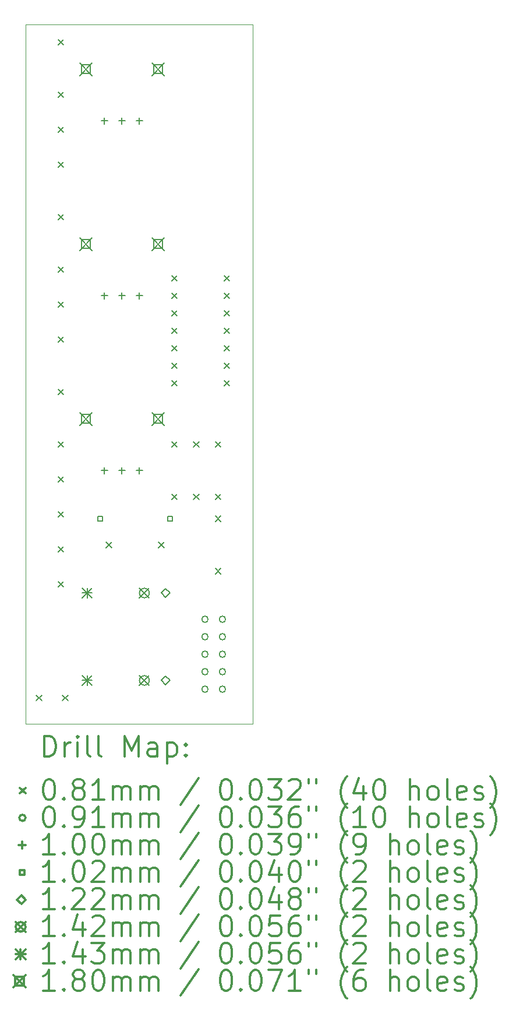
<source format=gbr>
%FSLAX45Y45*%
G04 Gerber Fmt 4.5, Leading zero omitted, Abs format (unit mm)*
G04 Created by KiCad (PCBNEW 4.0.7) date 05/30/19 10:30:28*
%MOMM*%
%LPD*%
G01*
G04 APERTURE LIST*
%ADD10C,0.127000*%
%ADD11C,0.100000*%
%ADD12C,0.200000*%
%ADD13C,0.300000*%
G04 APERTURE END LIST*
D10*
D11*
X13157200Y-3962400D02*
X16459200Y-3962400D01*
X13157200Y-3962400D02*
X13157200Y-14122400D01*
X16459200Y-14122400D02*
X13157200Y-14122400D01*
X16459200Y-3962400D02*
X16459200Y-14122400D01*
D12*
X13307060Y-13700760D02*
X13388340Y-13782040D01*
X13388340Y-13700760D02*
X13307060Y-13782040D01*
X13624560Y-4175760D02*
X13705840Y-4257040D01*
X13705840Y-4175760D02*
X13624560Y-4257040D01*
X13624560Y-4937760D02*
X13705840Y-5019040D01*
X13705840Y-4937760D02*
X13624560Y-5019040D01*
X13624560Y-5445760D02*
X13705840Y-5527040D01*
X13705840Y-5445760D02*
X13624560Y-5527040D01*
X13624560Y-5953760D02*
X13705840Y-6035040D01*
X13705840Y-5953760D02*
X13624560Y-6035040D01*
X13624560Y-6715760D02*
X13705840Y-6797040D01*
X13705840Y-6715760D02*
X13624560Y-6797040D01*
X13624560Y-7477760D02*
X13705840Y-7559040D01*
X13705840Y-7477760D02*
X13624560Y-7559040D01*
X13624560Y-7985760D02*
X13705840Y-8067040D01*
X13705840Y-7985760D02*
X13624560Y-8067040D01*
X13624560Y-8493760D02*
X13705840Y-8575040D01*
X13705840Y-8493760D02*
X13624560Y-8575040D01*
X13624560Y-9255760D02*
X13705840Y-9337040D01*
X13705840Y-9255760D02*
X13624560Y-9337040D01*
X13624560Y-10017760D02*
X13705840Y-10099040D01*
X13705840Y-10017760D02*
X13624560Y-10099040D01*
X13624560Y-10525760D02*
X13705840Y-10607040D01*
X13705840Y-10525760D02*
X13624560Y-10607040D01*
X13624560Y-11033760D02*
X13705840Y-11115040D01*
X13705840Y-11033760D02*
X13624560Y-11115040D01*
X13624560Y-11541760D02*
X13705840Y-11623040D01*
X13705840Y-11541760D02*
X13624560Y-11623040D01*
X13624560Y-12049760D02*
X13705840Y-12131040D01*
X13705840Y-12049760D02*
X13624560Y-12131040D01*
X13688060Y-13700760D02*
X13769340Y-13782040D01*
X13769340Y-13700760D02*
X13688060Y-13782040D01*
X14323060Y-11478260D02*
X14404340Y-11559540D01*
X14404340Y-11478260D02*
X14323060Y-11559540D01*
X15085060Y-11478260D02*
X15166340Y-11559540D01*
X15166340Y-11478260D02*
X15085060Y-11559540D01*
X15275560Y-7604760D02*
X15356840Y-7686040D01*
X15356840Y-7604760D02*
X15275560Y-7686040D01*
X15275560Y-7858760D02*
X15356840Y-7940040D01*
X15356840Y-7858760D02*
X15275560Y-7940040D01*
X15275560Y-8112760D02*
X15356840Y-8194040D01*
X15356840Y-8112760D02*
X15275560Y-8194040D01*
X15275560Y-8366760D02*
X15356840Y-8448040D01*
X15356840Y-8366760D02*
X15275560Y-8448040D01*
X15275560Y-8620760D02*
X15356840Y-8702040D01*
X15356840Y-8620760D02*
X15275560Y-8702040D01*
X15275560Y-8874760D02*
X15356840Y-8956040D01*
X15356840Y-8874760D02*
X15275560Y-8956040D01*
X15275560Y-9128760D02*
X15356840Y-9210040D01*
X15356840Y-9128760D02*
X15275560Y-9210040D01*
X15275560Y-10017760D02*
X15356840Y-10099040D01*
X15356840Y-10017760D02*
X15275560Y-10099040D01*
X15275560Y-10779760D02*
X15356840Y-10861040D01*
X15356840Y-10779760D02*
X15275560Y-10861040D01*
X15593060Y-10017760D02*
X15674340Y-10099040D01*
X15674340Y-10017760D02*
X15593060Y-10099040D01*
X15593060Y-10779760D02*
X15674340Y-10861040D01*
X15674340Y-10779760D02*
X15593060Y-10861040D01*
X15910560Y-10017760D02*
X15991840Y-10099040D01*
X15991840Y-10017760D02*
X15910560Y-10099040D01*
X15910560Y-10779760D02*
X15991840Y-10861040D01*
X15991840Y-10779760D02*
X15910560Y-10861040D01*
X15910560Y-11097260D02*
X15991840Y-11178540D01*
X15991840Y-11097260D02*
X15910560Y-11178540D01*
X15910560Y-11859260D02*
X15991840Y-11940540D01*
X15991840Y-11859260D02*
X15910560Y-11940540D01*
X16037560Y-7604760D02*
X16118840Y-7686040D01*
X16118840Y-7604760D02*
X16037560Y-7686040D01*
X16037560Y-7858760D02*
X16118840Y-7940040D01*
X16118840Y-7858760D02*
X16037560Y-7940040D01*
X16037560Y-8112760D02*
X16118840Y-8194040D01*
X16118840Y-8112760D02*
X16037560Y-8194040D01*
X16037560Y-8366760D02*
X16118840Y-8448040D01*
X16118840Y-8366760D02*
X16037560Y-8448040D01*
X16037560Y-8620760D02*
X16118840Y-8702040D01*
X16118840Y-8620760D02*
X16037560Y-8702040D01*
X16037560Y-8874760D02*
X16118840Y-8956040D01*
X16118840Y-8874760D02*
X16037560Y-8956040D01*
X16037560Y-9128760D02*
X16118840Y-9210040D01*
X16118840Y-9128760D02*
X16037560Y-9210040D01*
X15806200Y-12598400D02*
G75*
G03X15806200Y-12598400I-45500J0D01*
G01*
X15806200Y-12852400D02*
G75*
G03X15806200Y-12852400I-45500J0D01*
G01*
X15806200Y-13106400D02*
G75*
G03X15806200Y-13106400I-45500J0D01*
G01*
X15806200Y-13360400D02*
G75*
G03X15806200Y-13360400I-45500J0D01*
G01*
X15806200Y-13614400D02*
G75*
G03X15806200Y-13614400I-45500J0D01*
G01*
X16060200Y-12598400D02*
G75*
G03X16060200Y-12598400I-45500J0D01*
G01*
X16060200Y-12852400D02*
G75*
G03X16060200Y-12852400I-45500J0D01*
G01*
X16060200Y-13106400D02*
G75*
G03X16060200Y-13106400I-45500J0D01*
G01*
X16060200Y-13360400D02*
G75*
G03X16060200Y-13360400I-45500J0D01*
G01*
X16060200Y-13614400D02*
G75*
G03X16060200Y-13614400I-45500J0D01*
G01*
X14300200Y-5309400D02*
X14300200Y-5409400D01*
X14250200Y-5359400D02*
X14350200Y-5359400D01*
X14300200Y-7849400D02*
X14300200Y-7949400D01*
X14250200Y-7899400D02*
X14350200Y-7899400D01*
X14300200Y-10389400D02*
X14300200Y-10489400D01*
X14250200Y-10439400D02*
X14350200Y-10439400D01*
X14554200Y-5309400D02*
X14554200Y-5409400D01*
X14504200Y-5359400D02*
X14604200Y-5359400D01*
X14554200Y-7849400D02*
X14554200Y-7949400D01*
X14504200Y-7899400D02*
X14604200Y-7899400D01*
X14554200Y-10389400D02*
X14554200Y-10489400D01*
X14504200Y-10439400D02*
X14604200Y-10439400D01*
X14808200Y-5309400D02*
X14808200Y-5409400D01*
X14758200Y-5359400D02*
X14858200Y-5359400D01*
X14808200Y-7849400D02*
X14808200Y-7949400D01*
X14758200Y-7899400D02*
X14858200Y-7899400D01*
X14808200Y-10389400D02*
X14808200Y-10489400D01*
X14758200Y-10439400D02*
X14858200Y-10439400D01*
X14272621Y-11173821D02*
X14272621Y-11101979D01*
X14200779Y-11101979D01*
X14200779Y-11173821D01*
X14272621Y-11173821D01*
X15288621Y-11173821D02*
X15288621Y-11101979D01*
X15216779Y-11101979D01*
X15216779Y-11173821D01*
X15288621Y-11173821D01*
X15189200Y-12278400D02*
X15250200Y-12217400D01*
X15189200Y-12156400D01*
X15128200Y-12217400D01*
X15189200Y-12278400D01*
X15189200Y-13548400D02*
X15250200Y-13487400D01*
X15189200Y-13426400D01*
X15128200Y-13487400D01*
X15189200Y-13548400D01*
X14808200Y-12146400D02*
X14950200Y-12288400D01*
X14950200Y-12146400D02*
X14808200Y-12288400D01*
X14950200Y-12217400D02*
G75*
G03X14950200Y-12217400I-71000J0D01*
G01*
X14808200Y-13416400D02*
X14950200Y-13558400D01*
X14950200Y-13416400D02*
X14808200Y-13558400D01*
X14950200Y-13487400D02*
G75*
G03X14950200Y-13487400I-71000J0D01*
G01*
X13977700Y-12145900D02*
X14120700Y-12288900D01*
X14120700Y-12145900D02*
X13977700Y-12288900D01*
X14049200Y-12145900D02*
X14049200Y-12288900D01*
X13977700Y-12217400D02*
X14120700Y-12217400D01*
X13977700Y-13415900D02*
X14120700Y-13558900D01*
X14120700Y-13415900D02*
X13977700Y-13558900D01*
X14049200Y-13415900D02*
X14049200Y-13558900D01*
X13977700Y-13487400D02*
X14120700Y-13487400D01*
X13939200Y-4519400D02*
X14119200Y-4699400D01*
X14119200Y-4519400D02*
X13939200Y-4699400D01*
X14092840Y-4673040D02*
X14092840Y-4545760D01*
X13965560Y-4545760D01*
X13965560Y-4673040D01*
X14092840Y-4673040D01*
X13939200Y-7059400D02*
X14119200Y-7239400D01*
X14119200Y-7059400D02*
X13939200Y-7239400D01*
X14092840Y-7213040D02*
X14092840Y-7085760D01*
X13965560Y-7085760D01*
X13965560Y-7213040D01*
X14092840Y-7213040D01*
X13939200Y-9599400D02*
X14119200Y-9779400D01*
X14119200Y-9599400D02*
X13939200Y-9779400D01*
X14092840Y-9753040D02*
X14092840Y-9625760D01*
X13965560Y-9625760D01*
X13965560Y-9753040D01*
X14092840Y-9753040D01*
X14989200Y-4519400D02*
X15169200Y-4699400D01*
X15169200Y-4519400D02*
X14989200Y-4699400D01*
X15142840Y-4673040D02*
X15142840Y-4545760D01*
X15015560Y-4545760D01*
X15015560Y-4673040D01*
X15142840Y-4673040D01*
X14989200Y-7059400D02*
X15169200Y-7239400D01*
X15169200Y-7059400D02*
X14989200Y-7239400D01*
X15142840Y-7213040D02*
X15142840Y-7085760D01*
X15015560Y-7085760D01*
X15015560Y-7213040D01*
X15142840Y-7213040D01*
X14989200Y-9599400D02*
X15169200Y-9779400D01*
X15169200Y-9599400D02*
X14989200Y-9779400D01*
X15142840Y-9753040D02*
X15142840Y-9625760D01*
X15015560Y-9625760D01*
X15015560Y-9753040D01*
X15142840Y-9753040D01*
D13*
X13423628Y-14593114D02*
X13423628Y-14293114D01*
X13495057Y-14293114D01*
X13537914Y-14307400D01*
X13566486Y-14335971D01*
X13580771Y-14364543D01*
X13595057Y-14421686D01*
X13595057Y-14464543D01*
X13580771Y-14521686D01*
X13566486Y-14550257D01*
X13537914Y-14578829D01*
X13495057Y-14593114D01*
X13423628Y-14593114D01*
X13723628Y-14593114D02*
X13723628Y-14393114D01*
X13723628Y-14450257D02*
X13737914Y-14421686D01*
X13752200Y-14407400D01*
X13780771Y-14393114D01*
X13809343Y-14393114D01*
X13909343Y-14593114D02*
X13909343Y-14393114D01*
X13909343Y-14293114D02*
X13895057Y-14307400D01*
X13909343Y-14321686D01*
X13923628Y-14307400D01*
X13909343Y-14293114D01*
X13909343Y-14321686D01*
X14095057Y-14593114D02*
X14066486Y-14578829D01*
X14052200Y-14550257D01*
X14052200Y-14293114D01*
X14252200Y-14593114D02*
X14223628Y-14578829D01*
X14209343Y-14550257D01*
X14209343Y-14293114D01*
X14595057Y-14593114D02*
X14595057Y-14293114D01*
X14695057Y-14507400D01*
X14795057Y-14293114D01*
X14795057Y-14593114D01*
X15066486Y-14593114D02*
X15066486Y-14435971D01*
X15052200Y-14407400D01*
X15023628Y-14393114D01*
X14966486Y-14393114D01*
X14937914Y-14407400D01*
X15066486Y-14578829D02*
X15037914Y-14593114D01*
X14966486Y-14593114D01*
X14937914Y-14578829D01*
X14923628Y-14550257D01*
X14923628Y-14521686D01*
X14937914Y-14493114D01*
X14966486Y-14478829D01*
X15037914Y-14478829D01*
X15066486Y-14464543D01*
X15209343Y-14393114D02*
X15209343Y-14693114D01*
X15209343Y-14407400D02*
X15237914Y-14393114D01*
X15295057Y-14393114D01*
X15323628Y-14407400D01*
X15337914Y-14421686D01*
X15352200Y-14450257D01*
X15352200Y-14535971D01*
X15337914Y-14564543D01*
X15323628Y-14578829D01*
X15295057Y-14593114D01*
X15237914Y-14593114D01*
X15209343Y-14578829D01*
X15480771Y-14564543D02*
X15495057Y-14578829D01*
X15480771Y-14593114D01*
X15466486Y-14578829D01*
X15480771Y-14564543D01*
X15480771Y-14593114D01*
X15480771Y-14407400D02*
X15495057Y-14421686D01*
X15480771Y-14435971D01*
X15466486Y-14421686D01*
X15480771Y-14407400D01*
X15480771Y-14435971D01*
X13070920Y-15046760D02*
X13152200Y-15128040D01*
X13152200Y-15046760D02*
X13070920Y-15128040D01*
X13480771Y-14923114D02*
X13509343Y-14923114D01*
X13537914Y-14937400D01*
X13552200Y-14951686D01*
X13566486Y-14980257D01*
X13580771Y-15037400D01*
X13580771Y-15108829D01*
X13566486Y-15165971D01*
X13552200Y-15194543D01*
X13537914Y-15208829D01*
X13509343Y-15223114D01*
X13480771Y-15223114D01*
X13452200Y-15208829D01*
X13437914Y-15194543D01*
X13423628Y-15165971D01*
X13409343Y-15108829D01*
X13409343Y-15037400D01*
X13423628Y-14980257D01*
X13437914Y-14951686D01*
X13452200Y-14937400D01*
X13480771Y-14923114D01*
X13709343Y-15194543D02*
X13723628Y-15208829D01*
X13709343Y-15223114D01*
X13695057Y-15208829D01*
X13709343Y-15194543D01*
X13709343Y-15223114D01*
X13895057Y-15051686D02*
X13866486Y-15037400D01*
X13852200Y-15023114D01*
X13837914Y-14994543D01*
X13837914Y-14980257D01*
X13852200Y-14951686D01*
X13866486Y-14937400D01*
X13895057Y-14923114D01*
X13952200Y-14923114D01*
X13980771Y-14937400D01*
X13995057Y-14951686D01*
X14009343Y-14980257D01*
X14009343Y-14994543D01*
X13995057Y-15023114D01*
X13980771Y-15037400D01*
X13952200Y-15051686D01*
X13895057Y-15051686D01*
X13866486Y-15065971D01*
X13852200Y-15080257D01*
X13837914Y-15108829D01*
X13837914Y-15165971D01*
X13852200Y-15194543D01*
X13866486Y-15208829D01*
X13895057Y-15223114D01*
X13952200Y-15223114D01*
X13980771Y-15208829D01*
X13995057Y-15194543D01*
X14009343Y-15165971D01*
X14009343Y-15108829D01*
X13995057Y-15080257D01*
X13980771Y-15065971D01*
X13952200Y-15051686D01*
X14295057Y-15223114D02*
X14123628Y-15223114D01*
X14209343Y-15223114D02*
X14209343Y-14923114D01*
X14180771Y-14965971D01*
X14152200Y-14994543D01*
X14123628Y-15008829D01*
X14423628Y-15223114D02*
X14423628Y-15023114D01*
X14423628Y-15051686D02*
X14437914Y-15037400D01*
X14466486Y-15023114D01*
X14509343Y-15023114D01*
X14537914Y-15037400D01*
X14552200Y-15065971D01*
X14552200Y-15223114D01*
X14552200Y-15065971D02*
X14566486Y-15037400D01*
X14595057Y-15023114D01*
X14637914Y-15023114D01*
X14666486Y-15037400D01*
X14680771Y-15065971D01*
X14680771Y-15223114D01*
X14823628Y-15223114D02*
X14823628Y-15023114D01*
X14823628Y-15051686D02*
X14837914Y-15037400D01*
X14866486Y-15023114D01*
X14909343Y-15023114D01*
X14937914Y-15037400D01*
X14952200Y-15065971D01*
X14952200Y-15223114D01*
X14952200Y-15065971D02*
X14966486Y-15037400D01*
X14995057Y-15023114D01*
X15037914Y-15023114D01*
X15066486Y-15037400D01*
X15080771Y-15065971D01*
X15080771Y-15223114D01*
X15666486Y-14908829D02*
X15409343Y-15294543D01*
X16052200Y-14923114D02*
X16080771Y-14923114D01*
X16109343Y-14937400D01*
X16123628Y-14951686D01*
X16137914Y-14980257D01*
X16152200Y-15037400D01*
X16152200Y-15108829D01*
X16137914Y-15165971D01*
X16123628Y-15194543D01*
X16109343Y-15208829D01*
X16080771Y-15223114D01*
X16052200Y-15223114D01*
X16023628Y-15208829D01*
X16009343Y-15194543D01*
X15995057Y-15165971D01*
X15980771Y-15108829D01*
X15980771Y-15037400D01*
X15995057Y-14980257D01*
X16009343Y-14951686D01*
X16023628Y-14937400D01*
X16052200Y-14923114D01*
X16280771Y-15194543D02*
X16295057Y-15208829D01*
X16280771Y-15223114D01*
X16266486Y-15208829D01*
X16280771Y-15194543D01*
X16280771Y-15223114D01*
X16480771Y-14923114D02*
X16509343Y-14923114D01*
X16537914Y-14937400D01*
X16552200Y-14951686D01*
X16566485Y-14980257D01*
X16580771Y-15037400D01*
X16580771Y-15108829D01*
X16566485Y-15165971D01*
X16552200Y-15194543D01*
X16537914Y-15208829D01*
X16509343Y-15223114D01*
X16480771Y-15223114D01*
X16452200Y-15208829D01*
X16437914Y-15194543D01*
X16423628Y-15165971D01*
X16409343Y-15108829D01*
X16409343Y-15037400D01*
X16423628Y-14980257D01*
X16437914Y-14951686D01*
X16452200Y-14937400D01*
X16480771Y-14923114D01*
X16680771Y-14923114D02*
X16866486Y-14923114D01*
X16766485Y-15037400D01*
X16809343Y-15037400D01*
X16837914Y-15051686D01*
X16852200Y-15065971D01*
X16866486Y-15094543D01*
X16866486Y-15165971D01*
X16852200Y-15194543D01*
X16837914Y-15208829D01*
X16809343Y-15223114D01*
X16723628Y-15223114D01*
X16695057Y-15208829D01*
X16680771Y-15194543D01*
X16980771Y-14951686D02*
X16995057Y-14937400D01*
X17023628Y-14923114D01*
X17095057Y-14923114D01*
X17123628Y-14937400D01*
X17137914Y-14951686D01*
X17152200Y-14980257D01*
X17152200Y-15008829D01*
X17137914Y-15051686D01*
X16966486Y-15223114D01*
X17152200Y-15223114D01*
X17266486Y-14923114D02*
X17266486Y-14980257D01*
X17380771Y-14923114D02*
X17380771Y-14980257D01*
X17823628Y-15337400D02*
X17809343Y-15323114D01*
X17780771Y-15280257D01*
X17766486Y-15251686D01*
X17752200Y-15208829D01*
X17737914Y-15137400D01*
X17737914Y-15080257D01*
X17752200Y-15008829D01*
X17766486Y-14965971D01*
X17780771Y-14937400D01*
X17809343Y-14894543D01*
X17823628Y-14880257D01*
X18066486Y-15023114D02*
X18066486Y-15223114D01*
X17995057Y-14908829D02*
X17923628Y-15123114D01*
X18109343Y-15123114D01*
X18280771Y-14923114D02*
X18309343Y-14923114D01*
X18337914Y-14937400D01*
X18352200Y-14951686D01*
X18366486Y-14980257D01*
X18380771Y-15037400D01*
X18380771Y-15108829D01*
X18366486Y-15165971D01*
X18352200Y-15194543D01*
X18337914Y-15208829D01*
X18309343Y-15223114D01*
X18280771Y-15223114D01*
X18252200Y-15208829D01*
X18237914Y-15194543D01*
X18223628Y-15165971D01*
X18209343Y-15108829D01*
X18209343Y-15037400D01*
X18223628Y-14980257D01*
X18237914Y-14951686D01*
X18252200Y-14937400D01*
X18280771Y-14923114D01*
X18737914Y-15223114D02*
X18737914Y-14923114D01*
X18866486Y-15223114D02*
X18866486Y-15065971D01*
X18852200Y-15037400D01*
X18823628Y-15023114D01*
X18780771Y-15023114D01*
X18752200Y-15037400D01*
X18737914Y-15051686D01*
X19052200Y-15223114D02*
X19023628Y-15208829D01*
X19009343Y-15194543D01*
X18995057Y-15165971D01*
X18995057Y-15080257D01*
X19009343Y-15051686D01*
X19023628Y-15037400D01*
X19052200Y-15023114D01*
X19095057Y-15023114D01*
X19123628Y-15037400D01*
X19137914Y-15051686D01*
X19152200Y-15080257D01*
X19152200Y-15165971D01*
X19137914Y-15194543D01*
X19123628Y-15208829D01*
X19095057Y-15223114D01*
X19052200Y-15223114D01*
X19323628Y-15223114D02*
X19295057Y-15208829D01*
X19280771Y-15180257D01*
X19280771Y-14923114D01*
X19552200Y-15208829D02*
X19523629Y-15223114D01*
X19466486Y-15223114D01*
X19437914Y-15208829D01*
X19423629Y-15180257D01*
X19423629Y-15065971D01*
X19437914Y-15037400D01*
X19466486Y-15023114D01*
X19523629Y-15023114D01*
X19552200Y-15037400D01*
X19566486Y-15065971D01*
X19566486Y-15094543D01*
X19423629Y-15123114D01*
X19680771Y-15208829D02*
X19709343Y-15223114D01*
X19766486Y-15223114D01*
X19795057Y-15208829D01*
X19809343Y-15180257D01*
X19809343Y-15165971D01*
X19795057Y-15137400D01*
X19766486Y-15123114D01*
X19723629Y-15123114D01*
X19695057Y-15108829D01*
X19680771Y-15080257D01*
X19680771Y-15065971D01*
X19695057Y-15037400D01*
X19723629Y-15023114D01*
X19766486Y-15023114D01*
X19795057Y-15037400D01*
X19909343Y-15337400D02*
X19923629Y-15323114D01*
X19952200Y-15280257D01*
X19966486Y-15251686D01*
X19980771Y-15208829D01*
X19995057Y-15137400D01*
X19995057Y-15080257D01*
X19980771Y-15008829D01*
X19966486Y-14965971D01*
X19952200Y-14937400D01*
X19923629Y-14894543D01*
X19909343Y-14880257D01*
X13152200Y-15483400D02*
G75*
G03X13152200Y-15483400I-45500J0D01*
G01*
X13480771Y-15319114D02*
X13509343Y-15319114D01*
X13537914Y-15333400D01*
X13552200Y-15347686D01*
X13566486Y-15376257D01*
X13580771Y-15433400D01*
X13580771Y-15504829D01*
X13566486Y-15561971D01*
X13552200Y-15590543D01*
X13537914Y-15604829D01*
X13509343Y-15619114D01*
X13480771Y-15619114D01*
X13452200Y-15604829D01*
X13437914Y-15590543D01*
X13423628Y-15561971D01*
X13409343Y-15504829D01*
X13409343Y-15433400D01*
X13423628Y-15376257D01*
X13437914Y-15347686D01*
X13452200Y-15333400D01*
X13480771Y-15319114D01*
X13709343Y-15590543D02*
X13723628Y-15604829D01*
X13709343Y-15619114D01*
X13695057Y-15604829D01*
X13709343Y-15590543D01*
X13709343Y-15619114D01*
X13866486Y-15619114D02*
X13923628Y-15619114D01*
X13952200Y-15604829D01*
X13966486Y-15590543D01*
X13995057Y-15547686D01*
X14009343Y-15490543D01*
X14009343Y-15376257D01*
X13995057Y-15347686D01*
X13980771Y-15333400D01*
X13952200Y-15319114D01*
X13895057Y-15319114D01*
X13866486Y-15333400D01*
X13852200Y-15347686D01*
X13837914Y-15376257D01*
X13837914Y-15447686D01*
X13852200Y-15476257D01*
X13866486Y-15490543D01*
X13895057Y-15504829D01*
X13952200Y-15504829D01*
X13980771Y-15490543D01*
X13995057Y-15476257D01*
X14009343Y-15447686D01*
X14295057Y-15619114D02*
X14123628Y-15619114D01*
X14209343Y-15619114D02*
X14209343Y-15319114D01*
X14180771Y-15361971D01*
X14152200Y-15390543D01*
X14123628Y-15404829D01*
X14423628Y-15619114D02*
X14423628Y-15419114D01*
X14423628Y-15447686D02*
X14437914Y-15433400D01*
X14466486Y-15419114D01*
X14509343Y-15419114D01*
X14537914Y-15433400D01*
X14552200Y-15461971D01*
X14552200Y-15619114D01*
X14552200Y-15461971D02*
X14566486Y-15433400D01*
X14595057Y-15419114D01*
X14637914Y-15419114D01*
X14666486Y-15433400D01*
X14680771Y-15461971D01*
X14680771Y-15619114D01*
X14823628Y-15619114D02*
X14823628Y-15419114D01*
X14823628Y-15447686D02*
X14837914Y-15433400D01*
X14866486Y-15419114D01*
X14909343Y-15419114D01*
X14937914Y-15433400D01*
X14952200Y-15461971D01*
X14952200Y-15619114D01*
X14952200Y-15461971D02*
X14966486Y-15433400D01*
X14995057Y-15419114D01*
X15037914Y-15419114D01*
X15066486Y-15433400D01*
X15080771Y-15461971D01*
X15080771Y-15619114D01*
X15666486Y-15304829D02*
X15409343Y-15690543D01*
X16052200Y-15319114D02*
X16080771Y-15319114D01*
X16109343Y-15333400D01*
X16123628Y-15347686D01*
X16137914Y-15376257D01*
X16152200Y-15433400D01*
X16152200Y-15504829D01*
X16137914Y-15561971D01*
X16123628Y-15590543D01*
X16109343Y-15604829D01*
X16080771Y-15619114D01*
X16052200Y-15619114D01*
X16023628Y-15604829D01*
X16009343Y-15590543D01*
X15995057Y-15561971D01*
X15980771Y-15504829D01*
X15980771Y-15433400D01*
X15995057Y-15376257D01*
X16009343Y-15347686D01*
X16023628Y-15333400D01*
X16052200Y-15319114D01*
X16280771Y-15590543D02*
X16295057Y-15604829D01*
X16280771Y-15619114D01*
X16266486Y-15604829D01*
X16280771Y-15590543D01*
X16280771Y-15619114D01*
X16480771Y-15319114D02*
X16509343Y-15319114D01*
X16537914Y-15333400D01*
X16552200Y-15347686D01*
X16566485Y-15376257D01*
X16580771Y-15433400D01*
X16580771Y-15504829D01*
X16566485Y-15561971D01*
X16552200Y-15590543D01*
X16537914Y-15604829D01*
X16509343Y-15619114D01*
X16480771Y-15619114D01*
X16452200Y-15604829D01*
X16437914Y-15590543D01*
X16423628Y-15561971D01*
X16409343Y-15504829D01*
X16409343Y-15433400D01*
X16423628Y-15376257D01*
X16437914Y-15347686D01*
X16452200Y-15333400D01*
X16480771Y-15319114D01*
X16680771Y-15319114D02*
X16866486Y-15319114D01*
X16766485Y-15433400D01*
X16809343Y-15433400D01*
X16837914Y-15447686D01*
X16852200Y-15461971D01*
X16866486Y-15490543D01*
X16866486Y-15561971D01*
X16852200Y-15590543D01*
X16837914Y-15604829D01*
X16809343Y-15619114D01*
X16723628Y-15619114D01*
X16695057Y-15604829D01*
X16680771Y-15590543D01*
X17123628Y-15319114D02*
X17066486Y-15319114D01*
X17037914Y-15333400D01*
X17023628Y-15347686D01*
X16995057Y-15390543D01*
X16980771Y-15447686D01*
X16980771Y-15561971D01*
X16995057Y-15590543D01*
X17009343Y-15604829D01*
X17037914Y-15619114D01*
X17095057Y-15619114D01*
X17123628Y-15604829D01*
X17137914Y-15590543D01*
X17152200Y-15561971D01*
X17152200Y-15490543D01*
X17137914Y-15461971D01*
X17123628Y-15447686D01*
X17095057Y-15433400D01*
X17037914Y-15433400D01*
X17009343Y-15447686D01*
X16995057Y-15461971D01*
X16980771Y-15490543D01*
X17266486Y-15319114D02*
X17266486Y-15376257D01*
X17380771Y-15319114D02*
X17380771Y-15376257D01*
X17823628Y-15733400D02*
X17809343Y-15719114D01*
X17780771Y-15676257D01*
X17766486Y-15647686D01*
X17752200Y-15604829D01*
X17737914Y-15533400D01*
X17737914Y-15476257D01*
X17752200Y-15404829D01*
X17766486Y-15361971D01*
X17780771Y-15333400D01*
X17809343Y-15290543D01*
X17823628Y-15276257D01*
X18095057Y-15619114D02*
X17923628Y-15619114D01*
X18009343Y-15619114D02*
X18009343Y-15319114D01*
X17980771Y-15361971D01*
X17952200Y-15390543D01*
X17923628Y-15404829D01*
X18280771Y-15319114D02*
X18309343Y-15319114D01*
X18337914Y-15333400D01*
X18352200Y-15347686D01*
X18366486Y-15376257D01*
X18380771Y-15433400D01*
X18380771Y-15504829D01*
X18366486Y-15561971D01*
X18352200Y-15590543D01*
X18337914Y-15604829D01*
X18309343Y-15619114D01*
X18280771Y-15619114D01*
X18252200Y-15604829D01*
X18237914Y-15590543D01*
X18223628Y-15561971D01*
X18209343Y-15504829D01*
X18209343Y-15433400D01*
X18223628Y-15376257D01*
X18237914Y-15347686D01*
X18252200Y-15333400D01*
X18280771Y-15319114D01*
X18737914Y-15619114D02*
X18737914Y-15319114D01*
X18866486Y-15619114D02*
X18866486Y-15461971D01*
X18852200Y-15433400D01*
X18823628Y-15419114D01*
X18780771Y-15419114D01*
X18752200Y-15433400D01*
X18737914Y-15447686D01*
X19052200Y-15619114D02*
X19023628Y-15604829D01*
X19009343Y-15590543D01*
X18995057Y-15561971D01*
X18995057Y-15476257D01*
X19009343Y-15447686D01*
X19023628Y-15433400D01*
X19052200Y-15419114D01*
X19095057Y-15419114D01*
X19123628Y-15433400D01*
X19137914Y-15447686D01*
X19152200Y-15476257D01*
X19152200Y-15561971D01*
X19137914Y-15590543D01*
X19123628Y-15604829D01*
X19095057Y-15619114D01*
X19052200Y-15619114D01*
X19323628Y-15619114D02*
X19295057Y-15604829D01*
X19280771Y-15576257D01*
X19280771Y-15319114D01*
X19552200Y-15604829D02*
X19523629Y-15619114D01*
X19466486Y-15619114D01*
X19437914Y-15604829D01*
X19423629Y-15576257D01*
X19423629Y-15461971D01*
X19437914Y-15433400D01*
X19466486Y-15419114D01*
X19523629Y-15419114D01*
X19552200Y-15433400D01*
X19566486Y-15461971D01*
X19566486Y-15490543D01*
X19423629Y-15519114D01*
X19680771Y-15604829D02*
X19709343Y-15619114D01*
X19766486Y-15619114D01*
X19795057Y-15604829D01*
X19809343Y-15576257D01*
X19809343Y-15561971D01*
X19795057Y-15533400D01*
X19766486Y-15519114D01*
X19723629Y-15519114D01*
X19695057Y-15504829D01*
X19680771Y-15476257D01*
X19680771Y-15461971D01*
X19695057Y-15433400D01*
X19723629Y-15419114D01*
X19766486Y-15419114D01*
X19795057Y-15433400D01*
X19909343Y-15733400D02*
X19923629Y-15719114D01*
X19952200Y-15676257D01*
X19966486Y-15647686D01*
X19980771Y-15604829D01*
X19995057Y-15533400D01*
X19995057Y-15476257D01*
X19980771Y-15404829D01*
X19966486Y-15361971D01*
X19952200Y-15333400D01*
X19923629Y-15290543D01*
X19909343Y-15276257D01*
X13102200Y-15829400D02*
X13102200Y-15929400D01*
X13052200Y-15879400D02*
X13152200Y-15879400D01*
X13580771Y-16015114D02*
X13409343Y-16015114D01*
X13495057Y-16015114D02*
X13495057Y-15715114D01*
X13466486Y-15757971D01*
X13437914Y-15786543D01*
X13409343Y-15800829D01*
X13709343Y-15986543D02*
X13723628Y-16000829D01*
X13709343Y-16015114D01*
X13695057Y-16000829D01*
X13709343Y-15986543D01*
X13709343Y-16015114D01*
X13909343Y-15715114D02*
X13937914Y-15715114D01*
X13966486Y-15729400D01*
X13980771Y-15743686D01*
X13995057Y-15772257D01*
X14009343Y-15829400D01*
X14009343Y-15900829D01*
X13995057Y-15957971D01*
X13980771Y-15986543D01*
X13966486Y-16000829D01*
X13937914Y-16015114D01*
X13909343Y-16015114D01*
X13880771Y-16000829D01*
X13866486Y-15986543D01*
X13852200Y-15957971D01*
X13837914Y-15900829D01*
X13837914Y-15829400D01*
X13852200Y-15772257D01*
X13866486Y-15743686D01*
X13880771Y-15729400D01*
X13909343Y-15715114D01*
X14195057Y-15715114D02*
X14223628Y-15715114D01*
X14252200Y-15729400D01*
X14266486Y-15743686D01*
X14280771Y-15772257D01*
X14295057Y-15829400D01*
X14295057Y-15900829D01*
X14280771Y-15957971D01*
X14266486Y-15986543D01*
X14252200Y-16000829D01*
X14223628Y-16015114D01*
X14195057Y-16015114D01*
X14166486Y-16000829D01*
X14152200Y-15986543D01*
X14137914Y-15957971D01*
X14123628Y-15900829D01*
X14123628Y-15829400D01*
X14137914Y-15772257D01*
X14152200Y-15743686D01*
X14166486Y-15729400D01*
X14195057Y-15715114D01*
X14423628Y-16015114D02*
X14423628Y-15815114D01*
X14423628Y-15843686D02*
X14437914Y-15829400D01*
X14466486Y-15815114D01*
X14509343Y-15815114D01*
X14537914Y-15829400D01*
X14552200Y-15857971D01*
X14552200Y-16015114D01*
X14552200Y-15857971D02*
X14566486Y-15829400D01*
X14595057Y-15815114D01*
X14637914Y-15815114D01*
X14666486Y-15829400D01*
X14680771Y-15857971D01*
X14680771Y-16015114D01*
X14823628Y-16015114D02*
X14823628Y-15815114D01*
X14823628Y-15843686D02*
X14837914Y-15829400D01*
X14866486Y-15815114D01*
X14909343Y-15815114D01*
X14937914Y-15829400D01*
X14952200Y-15857971D01*
X14952200Y-16015114D01*
X14952200Y-15857971D02*
X14966486Y-15829400D01*
X14995057Y-15815114D01*
X15037914Y-15815114D01*
X15066486Y-15829400D01*
X15080771Y-15857971D01*
X15080771Y-16015114D01*
X15666486Y-15700829D02*
X15409343Y-16086543D01*
X16052200Y-15715114D02*
X16080771Y-15715114D01*
X16109343Y-15729400D01*
X16123628Y-15743686D01*
X16137914Y-15772257D01*
X16152200Y-15829400D01*
X16152200Y-15900829D01*
X16137914Y-15957971D01*
X16123628Y-15986543D01*
X16109343Y-16000829D01*
X16080771Y-16015114D01*
X16052200Y-16015114D01*
X16023628Y-16000829D01*
X16009343Y-15986543D01*
X15995057Y-15957971D01*
X15980771Y-15900829D01*
X15980771Y-15829400D01*
X15995057Y-15772257D01*
X16009343Y-15743686D01*
X16023628Y-15729400D01*
X16052200Y-15715114D01*
X16280771Y-15986543D02*
X16295057Y-16000829D01*
X16280771Y-16015114D01*
X16266486Y-16000829D01*
X16280771Y-15986543D01*
X16280771Y-16015114D01*
X16480771Y-15715114D02*
X16509343Y-15715114D01*
X16537914Y-15729400D01*
X16552200Y-15743686D01*
X16566485Y-15772257D01*
X16580771Y-15829400D01*
X16580771Y-15900829D01*
X16566485Y-15957971D01*
X16552200Y-15986543D01*
X16537914Y-16000829D01*
X16509343Y-16015114D01*
X16480771Y-16015114D01*
X16452200Y-16000829D01*
X16437914Y-15986543D01*
X16423628Y-15957971D01*
X16409343Y-15900829D01*
X16409343Y-15829400D01*
X16423628Y-15772257D01*
X16437914Y-15743686D01*
X16452200Y-15729400D01*
X16480771Y-15715114D01*
X16680771Y-15715114D02*
X16866486Y-15715114D01*
X16766485Y-15829400D01*
X16809343Y-15829400D01*
X16837914Y-15843686D01*
X16852200Y-15857971D01*
X16866486Y-15886543D01*
X16866486Y-15957971D01*
X16852200Y-15986543D01*
X16837914Y-16000829D01*
X16809343Y-16015114D01*
X16723628Y-16015114D01*
X16695057Y-16000829D01*
X16680771Y-15986543D01*
X17009343Y-16015114D02*
X17066486Y-16015114D01*
X17095057Y-16000829D01*
X17109343Y-15986543D01*
X17137914Y-15943686D01*
X17152200Y-15886543D01*
X17152200Y-15772257D01*
X17137914Y-15743686D01*
X17123628Y-15729400D01*
X17095057Y-15715114D01*
X17037914Y-15715114D01*
X17009343Y-15729400D01*
X16995057Y-15743686D01*
X16980771Y-15772257D01*
X16980771Y-15843686D01*
X16995057Y-15872257D01*
X17009343Y-15886543D01*
X17037914Y-15900829D01*
X17095057Y-15900829D01*
X17123628Y-15886543D01*
X17137914Y-15872257D01*
X17152200Y-15843686D01*
X17266486Y-15715114D02*
X17266486Y-15772257D01*
X17380771Y-15715114D02*
X17380771Y-15772257D01*
X17823628Y-16129400D02*
X17809343Y-16115114D01*
X17780771Y-16072257D01*
X17766486Y-16043686D01*
X17752200Y-16000829D01*
X17737914Y-15929400D01*
X17737914Y-15872257D01*
X17752200Y-15800829D01*
X17766486Y-15757971D01*
X17780771Y-15729400D01*
X17809343Y-15686543D01*
X17823628Y-15672257D01*
X17952200Y-16015114D02*
X18009343Y-16015114D01*
X18037914Y-16000829D01*
X18052200Y-15986543D01*
X18080771Y-15943686D01*
X18095057Y-15886543D01*
X18095057Y-15772257D01*
X18080771Y-15743686D01*
X18066486Y-15729400D01*
X18037914Y-15715114D01*
X17980771Y-15715114D01*
X17952200Y-15729400D01*
X17937914Y-15743686D01*
X17923628Y-15772257D01*
X17923628Y-15843686D01*
X17937914Y-15872257D01*
X17952200Y-15886543D01*
X17980771Y-15900829D01*
X18037914Y-15900829D01*
X18066486Y-15886543D01*
X18080771Y-15872257D01*
X18095057Y-15843686D01*
X18452200Y-16015114D02*
X18452200Y-15715114D01*
X18580771Y-16015114D02*
X18580771Y-15857971D01*
X18566486Y-15829400D01*
X18537914Y-15815114D01*
X18495057Y-15815114D01*
X18466486Y-15829400D01*
X18452200Y-15843686D01*
X18766486Y-16015114D02*
X18737914Y-16000829D01*
X18723628Y-15986543D01*
X18709343Y-15957971D01*
X18709343Y-15872257D01*
X18723628Y-15843686D01*
X18737914Y-15829400D01*
X18766486Y-15815114D01*
X18809343Y-15815114D01*
X18837914Y-15829400D01*
X18852200Y-15843686D01*
X18866486Y-15872257D01*
X18866486Y-15957971D01*
X18852200Y-15986543D01*
X18837914Y-16000829D01*
X18809343Y-16015114D01*
X18766486Y-16015114D01*
X19037914Y-16015114D02*
X19009343Y-16000829D01*
X18995057Y-15972257D01*
X18995057Y-15715114D01*
X19266486Y-16000829D02*
X19237914Y-16015114D01*
X19180771Y-16015114D01*
X19152200Y-16000829D01*
X19137914Y-15972257D01*
X19137914Y-15857971D01*
X19152200Y-15829400D01*
X19180771Y-15815114D01*
X19237914Y-15815114D01*
X19266486Y-15829400D01*
X19280771Y-15857971D01*
X19280771Y-15886543D01*
X19137914Y-15915114D01*
X19395057Y-16000829D02*
X19423629Y-16015114D01*
X19480771Y-16015114D01*
X19509343Y-16000829D01*
X19523629Y-15972257D01*
X19523629Y-15957971D01*
X19509343Y-15929400D01*
X19480771Y-15915114D01*
X19437914Y-15915114D01*
X19409343Y-15900829D01*
X19395057Y-15872257D01*
X19395057Y-15857971D01*
X19409343Y-15829400D01*
X19437914Y-15815114D01*
X19480771Y-15815114D01*
X19509343Y-15829400D01*
X19623628Y-16129400D02*
X19637914Y-16115114D01*
X19666486Y-16072257D01*
X19680771Y-16043686D01*
X19695057Y-16000829D01*
X19709343Y-15929400D01*
X19709343Y-15872257D01*
X19695057Y-15800829D01*
X19680771Y-15757971D01*
X19666486Y-15729400D01*
X19637914Y-15686543D01*
X19623628Y-15672257D01*
X13137321Y-16311321D02*
X13137321Y-16239479D01*
X13065478Y-16239479D01*
X13065478Y-16311321D01*
X13137321Y-16311321D01*
X13580771Y-16411114D02*
X13409343Y-16411114D01*
X13495057Y-16411114D02*
X13495057Y-16111114D01*
X13466486Y-16153971D01*
X13437914Y-16182543D01*
X13409343Y-16196829D01*
X13709343Y-16382543D02*
X13723628Y-16396829D01*
X13709343Y-16411114D01*
X13695057Y-16396829D01*
X13709343Y-16382543D01*
X13709343Y-16411114D01*
X13909343Y-16111114D02*
X13937914Y-16111114D01*
X13966486Y-16125400D01*
X13980771Y-16139686D01*
X13995057Y-16168257D01*
X14009343Y-16225400D01*
X14009343Y-16296829D01*
X13995057Y-16353971D01*
X13980771Y-16382543D01*
X13966486Y-16396829D01*
X13937914Y-16411114D01*
X13909343Y-16411114D01*
X13880771Y-16396829D01*
X13866486Y-16382543D01*
X13852200Y-16353971D01*
X13837914Y-16296829D01*
X13837914Y-16225400D01*
X13852200Y-16168257D01*
X13866486Y-16139686D01*
X13880771Y-16125400D01*
X13909343Y-16111114D01*
X14123628Y-16139686D02*
X14137914Y-16125400D01*
X14166486Y-16111114D01*
X14237914Y-16111114D01*
X14266486Y-16125400D01*
X14280771Y-16139686D01*
X14295057Y-16168257D01*
X14295057Y-16196829D01*
X14280771Y-16239686D01*
X14109343Y-16411114D01*
X14295057Y-16411114D01*
X14423628Y-16411114D02*
X14423628Y-16211114D01*
X14423628Y-16239686D02*
X14437914Y-16225400D01*
X14466486Y-16211114D01*
X14509343Y-16211114D01*
X14537914Y-16225400D01*
X14552200Y-16253971D01*
X14552200Y-16411114D01*
X14552200Y-16253971D02*
X14566486Y-16225400D01*
X14595057Y-16211114D01*
X14637914Y-16211114D01*
X14666486Y-16225400D01*
X14680771Y-16253971D01*
X14680771Y-16411114D01*
X14823628Y-16411114D02*
X14823628Y-16211114D01*
X14823628Y-16239686D02*
X14837914Y-16225400D01*
X14866486Y-16211114D01*
X14909343Y-16211114D01*
X14937914Y-16225400D01*
X14952200Y-16253971D01*
X14952200Y-16411114D01*
X14952200Y-16253971D02*
X14966486Y-16225400D01*
X14995057Y-16211114D01*
X15037914Y-16211114D01*
X15066486Y-16225400D01*
X15080771Y-16253971D01*
X15080771Y-16411114D01*
X15666486Y-16096829D02*
X15409343Y-16482543D01*
X16052200Y-16111114D02*
X16080771Y-16111114D01*
X16109343Y-16125400D01*
X16123628Y-16139686D01*
X16137914Y-16168257D01*
X16152200Y-16225400D01*
X16152200Y-16296829D01*
X16137914Y-16353971D01*
X16123628Y-16382543D01*
X16109343Y-16396829D01*
X16080771Y-16411114D01*
X16052200Y-16411114D01*
X16023628Y-16396829D01*
X16009343Y-16382543D01*
X15995057Y-16353971D01*
X15980771Y-16296829D01*
X15980771Y-16225400D01*
X15995057Y-16168257D01*
X16009343Y-16139686D01*
X16023628Y-16125400D01*
X16052200Y-16111114D01*
X16280771Y-16382543D02*
X16295057Y-16396829D01*
X16280771Y-16411114D01*
X16266486Y-16396829D01*
X16280771Y-16382543D01*
X16280771Y-16411114D01*
X16480771Y-16111114D02*
X16509343Y-16111114D01*
X16537914Y-16125400D01*
X16552200Y-16139686D01*
X16566485Y-16168257D01*
X16580771Y-16225400D01*
X16580771Y-16296829D01*
X16566485Y-16353971D01*
X16552200Y-16382543D01*
X16537914Y-16396829D01*
X16509343Y-16411114D01*
X16480771Y-16411114D01*
X16452200Y-16396829D01*
X16437914Y-16382543D01*
X16423628Y-16353971D01*
X16409343Y-16296829D01*
X16409343Y-16225400D01*
X16423628Y-16168257D01*
X16437914Y-16139686D01*
X16452200Y-16125400D01*
X16480771Y-16111114D01*
X16837914Y-16211114D02*
X16837914Y-16411114D01*
X16766485Y-16096829D02*
X16695057Y-16311114D01*
X16880771Y-16311114D01*
X17052200Y-16111114D02*
X17080771Y-16111114D01*
X17109343Y-16125400D01*
X17123628Y-16139686D01*
X17137914Y-16168257D01*
X17152200Y-16225400D01*
X17152200Y-16296829D01*
X17137914Y-16353971D01*
X17123628Y-16382543D01*
X17109343Y-16396829D01*
X17080771Y-16411114D01*
X17052200Y-16411114D01*
X17023628Y-16396829D01*
X17009343Y-16382543D01*
X16995057Y-16353971D01*
X16980771Y-16296829D01*
X16980771Y-16225400D01*
X16995057Y-16168257D01*
X17009343Y-16139686D01*
X17023628Y-16125400D01*
X17052200Y-16111114D01*
X17266486Y-16111114D02*
X17266486Y-16168257D01*
X17380771Y-16111114D02*
X17380771Y-16168257D01*
X17823628Y-16525400D02*
X17809343Y-16511114D01*
X17780771Y-16468257D01*
X17766486Y-16439686D01*
X17752200Y-16396829D01*
X17737914Y-16325400D01*
X17737914Y-16268257D01*
X17752200Y-16196829D01*
X17766486Y-16153971D01*
X17780771Y-16125400D01*
X17809343Y-16082543D01*
X17823628Y-16068257D01*
X17923628Y-16139686D02*
X17937914Y-16125400D01*
X17966486Y-16111114D01*
X18037914Y-16111114D01*
X18066486Y-16125400D01*
X18080771Y-16139686D01*
X18095057Y-16168257D01*
X18095057Y-16196829D01*
X18080771Y-16239686D01*
X17909343Y-16411114D01*
X18095057Y-16411114D01*
X18452200Y-16411114D02*
X18452200Y-16111114D01*
X18580771Y-16411114D02*
X18580771Y-16253971D01*
X18566486Y-16225400D01*
X18537914Y-16211114D01*
X18495057Y-16211114D01*
X18466486Y-16225400D01*
X18452200Y-16239686D01*
X18766486Y-16411114D02*
X18737914Y-16396829D01*
X18723628Y-16382543D01*
X18709343Y-16353971D01*
X18709343Y-16268257D01*
X18723628Y-16239686D01*
X18737914Y-16225400D01*
X18766486Y-16211114D01*
X18809343Y-16211114D01*
X18837914Y-16225400D01*
X18852200Y-16239686D01*
X18866486Y-16268257D01*
X18866486Y-16353971D01*
X18852200Y-16382543D01*
X18837914Y-16396829D01*
X18809343Y-16411114D01*
X18766486Y-16411114D01*
X19037914Y-16411114D02*
X19009343Y-16396829D01*
X18995057Y-16368257D01*
X18995057Y-16111114D01*
X19266486Y-16396829D02*
X19237914Y-16411114D01*
X19180771Y-16411114D01*
X19152200Y-16396829D01*
X19137914Y-16368257D01*
X19137914Y-16253971D01*
X19152200Y-16225400D01*
X19180771Y-16211114D01*
X19237914Y-16211114D01*
X19266486Y-16225400D01*
X19280771Y-16253971D01*
X19280771Y-16282543D01*
X19137914Y-16311114D01*
X19395057Y-16396829D02*
X19423629Y-16411114D01*
X19480771Y-16411114D01*
X19509343Y-16396829D01*
X19523629Y-16368257D01*
X19523629Y-16353971D01*
X19509343Y-16325400D01*
X19480771Y-16311114D01*
X19437914Y-16311114D01*
X19409343Y-16296829D01*
X19395057Y-16268257D01*
X19395057Y-16253971D01*
X19409343Y-16225400D01*
X19437914Y-16211114D01*
X19480771Y-16211114D01*
X19509343Y-16225400D01*
X19623628Y-16525400D02*
X19637914Y-16511114D01*
X19666486Y-16468257D01*
X19680771Y-16439686D01*
X19695057Y-16396829D01*
X19709343Y-16325400D01*
X19709343Y-16268257D01*
X19695057Y-16196829D01*
X19680771Y-16153971D01*
X19666486Y-16125400D01*
X19637914Y-16082543D01*
X19623628Y-16068257D01*
X13091200Y-16732400D02*
X13152200Y-16671400D01*
X13091200Y-16610400D01*
X13030200Y-16671400D01*
X13091200Y-16732400D01*
X13580771Y-16807114D02*
X13409343Y-16807114D01*
X13495057Y-16807114D02*
X13495057Y-16507114D01*
X13466486Y-16549971D01*
X13437914Y-16578543D01*
X13409343Y-16592829D01*
X13709343Y-16778543D02*
X13723628Y-16792829D01*
X13709343Y-16807114D01*
X13695057Y-16792829D01*
X13709343Y-16778543D01*
X13709343Y-16807114D01*
X13837914Y-16535686D02*
X13852200Y-16521400D01*
X13880771Y-16507114D01*
X13952200Y-16507114D01*
X13980771Y-16521400D01*
X13995057Y-16535686D01*
X14009343Y-16564257D01*
X14009343Y-16592829D01*
X13995057Y-16635686D01*
X13823628Y-16807114D01*
X14009343Y-16807114D01*
X14123628Y-16535686D02*
X14137914Y-16521400D01*
X14166486Y-16507114D01*
X14237914Y-16507114D01*
X14266486Y-16521400D01*
X14280771Y-16535686D01*
X14295057Y-16564257D01*
X14295057Y-16592829D01*
X14280771Y-16635686D01*
X14109343Y-16807114D01*
X14295057Y-16807114D01*
X14423628Y-16807114D02*
X14423628Y-16607114D01*
X14423628Y-16635686D02*
X14437914Y-16621400D01*
X14466486Y-16607114D01*
X14509343Y-16607114D01*
X14537914Y-16621400D01*
X14552200Y-16649971D01*
X14552200Y-16807114D01*
X14552200Y-16649971D02*
X14566486Y-16621400D01*
X14595057Y-16607114D01*
X14637914Y-16607114D01*
X14666486Y-16621400D01*
X14680771Y-16649971D01*
X14680771Y-16807114D01*
X14823628Y-16807114D02*
X14823628Y-16607114D01*
X14823628Y-16635686D02*
X14837914Y-16621400D01*
X14866486Y-16607114D01*
X14909343Y-16607114D01*
X14937914Y-16621400D01*
X14952200Y-16649971D01*
X14952200Y-16807114D01*
X14952200Y-16649971D02*
X14966486Y-16621400D01*
X14995057Y-16607114D01*
X15037914Y-16607114D01*
X15066486Y-16621400D01*
X15080771Y-16649971D01*
X15080771Y-16807114D01*
X15666486Y-16492829D02*
X15409343Y-16878543D01*
X16052200Y-16507114D02*
X16080771Y-16507114D01*
X16109343Y-16521400D01*
X16123628Y-16535686D01*
X16137914Y-16564257D01*
X16152200Y-16621400D01*
X16152200Y-16692829D01*
X16137914Y-16749971D01*
X16123628Y-16778543D01*
X16109343Y-16792829D01*
X16080771Y-16807114D01*
X16052200Y-16807114D01*
X16023628Y-16792829D01*
X16009343Y-16778543D01*
X15995057Y-16749971D01*
X15980771Y-16692829D01*
X15980771Y-16621400D01*
X15995057Y-16564257D01*
X16009343Y-16535686D01*
X16023628Y-16521400D01*
X16052200Y-16507114D01*
X16280771Y-16778543D02*
X16295057Y-16792829D01*
X16280771Y-16807114D01*
X16266486Y-16792829D01*
X16280771Y-16778543D01*
X16280771Y-16807114D01*
X16480771Y-16507114D02*
X16509343Y-16507114D01*
X16537914Y-16521400D01*
X16552200Y-16535686D01*
X16566485Y-16564257D01*
X16580771Y-16621400D01*
X16580771Y-16692829D01*
X16566485Y-16749971D01*
X16552200Y-16778543D01*
X16537914Y-16792829D01*
X16509343Y-16807114D01*
X16480771Y-16807114D01*
X16452200Y-16792829D01*
X16437914Y-16778543D01*
X16423628Y-16749971D01*
X16409343Y-16692829D01*
X16409343Y-16621400D01*
X16423628Y-16564257D01*
X16437914Y-16535686D01*
X16452200Y-16521400D01*
X16480771Y-16507114D01*
X16837914Y-16607114D02*
X16837914Y-16807114D01*
X16766485Y-16492829D02*
X16695057Y-16707114D01*
X16880771Y-16707114D01*
X17037914Y-16635686D02*
X17009343Y-16621400D01*
X16995057Y-16607114D01*
X16980771Y-16578543D01*
X16980771Y-16564257D01*
X16995057Y-16535686D01*
X17009343Y-16521400D01*
X17037914Y-16507114D01*
X17095057Y-16507114D01*
X17123628Y-16521400D01*
X17137914Y-16535686D01*
X17152200Y-16564257D01*
X17152200Y-16578543D01*
X17137914Y-16607114D01*
X17123628Y-16621400D01*
X17095057Y-16635686D01*
X17037914Y-16635686D01*
X17009343Y-16649971D01*
X16995057Y-16664257D01*
X16980771Y-16692829D01*
X16980771Y-16749971D01*
X16995057Y-16778543D01*
X17009343Y-16792829D01*
X17037914Y-16807114D01*
X17095057Y-16807114D01*
X17123628Y-16792829D01*
X17137914Y-16778543D01*
X17152200Y-16749971D01*
X17152200Y-16692829D01*
X17137914Y-16664257D01*
X17123628Y-16649971D01*
X17095057Y-16635686D01*
X17266486Y-16507114D02*
X17266486Y-16564257D01*
X17380771Y-16507114D02*
X17380771Y-16564257D01*
X17823628Y-16921400D02*
X17809343Y-16907114D01*
X17780771Y-16864257D01*
X17766486Y-16835686D01*
X17752200Y-16792829D01*
X17737914Y-16721400D01*
X17737914Y-16664257D01*
X17752200Y-16592829D01*
X17766486Y-16549971D01*
X17780771Y-16521400D01*
X17809343Y-16478543D01*
X17823628Y-16464257D01*
X17923628Y-16535686D02*
X17937914Y-16521400D01*
X17966486Y-16507114D01*
X18037914Y-16507114D01*
X18066486Y-16521400D01*
X18080771Y-16535686D01*
X18095057Y-16564257D01*
X18095057Y-16592829D01*
X18080771Y-16635686D01*
X17909343Y-16807114D01*
X18095057Y-16807114D01*
X18452200Y-16807114D02*
X18452200Y-16507114D01*
X18580771Y-16807114D02*
X18580771Y-16649971D01*
X18566486Y-16621400D01*
X18537914Y-16607114D01*
X18495057Y-16607114D01*
X18466486Y-16621400D01*
X18452200Y-16635686D01*
X18766486Y-16807114D02*
X18737914Y-16792829D01*
X18723628Y-16778543D01*
X18709343Y-16749971D01*
X18709343Y-16664257D01*
X18723628Y-16635686D01*
X18737914Y-16621400D01*
X18766486Y-16607114D01*
X18809343Y-16607114D01*
X18837914Y-16621400D01*
X18852200Y-16635686D01*
X18866486Y-16664257D01*
X18866486Y-16749971D01*
X18852200Y-16778543D01*
X18837914Y-16792829D01*
X18809343Y-16807114D01*
X18766486Y-16807114D01*
X19037914Y-16807114D02*
X19009343Y-16792829D01*
X18995057Y-16764257D01*
X18995057Y-16507114D01*
X19266486Y-16792829D02*
X19237914Y-16807114D01*
X19180771Y-16807114D01*
X19152200Y-16792829D01*
X19137914Y-16764257D01*
X19137914Y-16649971D01*
X19152200Y-16621400D01*
X19180771Y-16607114D01*
X19237914Y-16607114D01*
X19266486Y-16621400D01*
X19280771Y-16649971D01*
X19280771Y-16678543D01*
X19137914Y-16707114D01*
X19395057Y-16792829D02*
X19423629Y-16807114D01*
X19480771Y-16807114D01*
X19509343Y-16792829D01*
X19523629Y-16764257D01*
X19523629Y-16749971D01*
X19509343Y-16721400D01*
X19480771Y-16707114D01*
X19437914Y-16707114D01*
X19409343Y-16692829D01*
X19395057Y-16664257D01*
X19395057Y-16649971D01*
X19409343Y-16621400D01*
X19437914Y-16607114D01*
X19480771Y-16607114D01*
X19509343Y-16621400D01*
X19623628Y-16921400D02*
X19637914Y-16907114D01*
X19666486Y-16864257D01*
X19680771Y-16835686D01*
X19695057Y-16792829D01*
X19709343Y-16721400D01*
X19709343Y-16664257D01*
X19695057Y-16592829D01*
X19680771Y-16549971D01*
X19666486Y-16521400D01*
X19637914Y-16478543D01*
X19623628Y-16464257D01*
X13010200Y-16996400D02*
X13152200Y-17138400D01*
X13152200Y-16996400D02*
X13010200Y-17138400D01*
X13152200Y-17067400D02*
G75*
G03X13152200Y-17067400I-71000J0D01*
G01*
X13580771Y-17203114D02*
X13409343Y-17203114D01*
X13495057Y-17203114D02*
X13495057Y-16903114D01*
X13466486Y-16945972D01*
X13437914Y-16974543D01*
X13409343Y-16988829D01*
X13709343Y-17174543D02*
X13723628Y-17188829D01*
X13709343Y-17203114D01*
X13695057Y-17188829D01*
X13709343Y-17174543D01*
X13709343Y-17203114D01*
X13980771Y-17003114D02*
X13980771Y-17203114D01*
X13909343Y-16888829D02*
X13837914Y-17103114D01*
X14023628Y-17103114D01*
X14123628Y-16931686D02*
X14137914Y-16917400D01*
X14166486Y-16903114D01*
X14237914Y-16903114D01*
X14266486Y-16917400D01*
X14280771Y-16931686D01*
X14295057Y-16960257D01*
X14295057Y-16988829D01*
X14280771Y-17031686D01*
X14109343Y-17203114D01*
X14295057Y-17203114D01*
X14423628Y-17203114D02*
X14423628Y-17003114D01*
X14423628Y-17031686D02*
X14437914Y-17017400D01*
X14466486Y-17003114D01*
X14509343Y-17003114D01*
X14537914Y-17017400D01*
X14552200Y-17045972D01*
X14552200Y-17203114D01*
X14552200Y-17045972D02*
X14566486Y-17017400D01*
X14595057Y-17003114D01*
X14637914Y-17003114D01*
X14666486Y-17017400D01*
X14680771Y-17045972D01*
X14680771Y-17203114D01*
X14823628Y-17203114D02*
X14823628Y-17003114D01*
X14823628Y-17031686D02*
X14837914Y-17017400D01*
X14866486Y-17003114D01*
X14909343Y-17003114D01*
X14937914Y-17017400D01*
X14952200Y-17045972D01*
X14952200Y-17203114D01*
X14952200Y-17045972D02*
X14966486Y-17017400D01*
X14995057Y-17003114D01*
X15037914Y-17003114D01*
X15066486Y-17017400D01*
X15080771Y-17045972D01*
X15080771Y-17203114D01*
X15666486Y-16888829D02*
X15409343Y-17274543D01*
X16052200Y-16903114D02*
X16080771Y-16903114D01*
X16109343Y-16917400D01*
X16123628Y-16931686D01*
X16137914Y-16960257D01*
X16152200Y-17017400D01*
X16152200Y-17088829D01*
X16137914Y-17145972D01*
X16123628Y-17174543D01*
X16109343Y-17188829D01*
X16080771Y-17203114D01*
X16052200Y-17203114D01*
X16023628Y-17188829D01*
X16009343Y-17174543D01*
X15995057Y-17145972D01*
X15980771Y-17088829D01*
X15980771Y-17017400D01*
X15995057Y-16960257D01*
X16009343Y-16931686D01*
X16023628Y-16917400D01*
X16052200Y-16903114D01*
X16280771Y-17174543D02*
X16295057Y-17188829D01*
X16280771Y-17203114D01*
X16266486Y-17188829D01*
X16280771Y-17174543D01*
X16280771Y-17203114D01*
X16480771Y-16903114D02*
X16509343Y-16903114D01*
X16537914Y-16917400D01*
X16552200Y-16931686D01*
X16566485Y-16960257D01*
X16580771Y-17017400D01*
X16580771Y-17088829D01*
X16566485Y-17145972D01*
X16552200Y-17174543D01*
X16537914Y-17188829D01*
X16509343Y-17203114D01*
X16480771Y-17203114D01*
X16452200Y-17188829D01*
X16437914Y-17174543D01*
X16423628Y-17145972D01*
X16409343Y-17088829D01*
X16409343Y-17017400D01*
X16423628Y-16960257D01*
X16437914Y-16931686D01*
X16452200Y-16917400D01*
X16480771Y-16903114D01*
X16852200Y-16903114D02*
X16709343Y-16903114D01*
X16695057Y-17045972D01*
X16709343Y-17031686D01*
X16737914Y-17017400D01*
X16809343Y-17017400D01*
X16837914Y-17031686D01*
X16852200Y-17045972D01*
X16866486Y-17074543D01*
X16866486Y-17145972D01*
X16852200Y-17174543D01*
X16837914Y-17188829D01*
X16809343Y-17203114D01*
X16737914Y-17203114D01*
X16709343Y-17188829D01*
X16695057Y-17174543D01*
X17123628Y-16903114D02*
X17066486Y-16903114D01*
X17037914Y-16917400D01*
X17023628Y-16931686D01*
X16995057Y-16974543D01*
X16980771Y-17031686D01*
X16980771Y-17145972D01*
X16995057Y-17174543D01*
X17009343Y-17188829D01*
X17037914Y-17203114D01*
X17095057Y-17203114D01*
X17123628Y-17188829D01*
X17137914Y-17174543D01*
X17152200Y-17145972D01*
X17152200Y-17074543D01*
X17137914Y-17045972D01*
X17123628Y-17031686D01*
X17095057Y-17017400D01*
X17037914Y-17017400D01*
X17009343Y-17031686D01*
X16995057Y-17045972D01*
X16980771Y-17074543D01*
X17266486Y-16903114D02*
X17266486Y-16960257D01*
X17380771Y-16903114D02*
X17380771Y-16960257D01*
X17823628Y-17317400D02*
X17809343Y-17303114D01*
X17780771Y-17260257D01*
X17766486Y-17231686D01*
X17752200Y-17188829D01*
X17737914Y-17117400D01*
X17737914Y-17060257D01*
X17752200Y-16988829D01*
X17766486Y-16945972D01*
X17780771Y-16917400D01*
X17809343Y-16874543D01*
X17823628Y-16860257D01*
X17923628Y-16931686D02*
X17937914Y-16917400D01*
X17966486Y-16903114D01*
X18037914Y-16903114D01*
X18066486Y-16917400D01*
X18080771Y-16931686D01*
X18095057Y-16960257D01*
X18095057Y-16988829D01*
X18080771Y-17031686D01*
X17909343Y-17203114D01*
X18095057Y-17203114D01*
X18452200Y-17203114D02*
X18452200Y-16903114D01*
X18580771Y-17203114D02*
X18580771Y-17045972D01*
X18566486Y-17017400D01*
X18537914Y-17003114D01*
X18495057Y-17003114D01*
X18466486Y-17017400D01*
X18452200Y-17031686D01*
X18766486Y-17203114D02*
X18737914Y-17188829D01*
X18723628Y-17174543D01*
X18709343Y-17145972D01*
X18709343Y-17060257D01*
X18723628Y-17031686D01*
X18737914Y-17017400D01*
X18766486Y-17003114D01*
X18809343Y-17003114D01*
X18837914Y-17017400D01*
X18852200Y-17031686D01*
X18866486Y-17060257D01*
X18866486Y-17145972D01*
X18852200Y-17174543D01*
X18837914Y-17188829D01*
X18809343Y-17203114D01*
X18766486Y-17203114D01*
X19037914Y-17203114D02*
X19009343Y-17188829D01*
X18995057Y-17160257D01*
X18995057Y-16903114D01*
X19266486Y-17188829D02*
X19237914Y-17203114D01*
X19180771Y-17203114D01*
X19152200Y-17188829D01*
X19137914Y-17160257D01*
X19137914Y-17045972D01*
X19152200Y-17017400D01*
X19180771Y-17003114D01*
X19237914Y-17003114D01*
X19266486Y-17017400D01*
X19280771Y-17045972D01*
X19280771Y-17074543D01*
X19137914Y-17103114D01*
X19395057Y-17188829D02*
X19423629Y-17203114D01*
X19480771Y-17203114D01*
X19509343Y-17188829D01*
X19523629Y-17160257D01*
X19523629Y-17145972D01*
X19509343Y-17117400D01*
X19480771Y-17103114D01*
X19437914Y-17103114D01*
X19409343Y-17088829D01*
X19395057Y-17060257D01*
X19395057Y-17045972D01*
X19409343Y-17017400D01*
X19437914Y-17003114D01*
X19480771Y-17003114D01*
X19509343Y-17017400D01*
X19623628Y-17317400D02*
X19637914Y-17303114D01*
X19666486Y-17260257D01*
X19680771Y-17231686D01*
X19695057Y-17188829D01*
X19709343Y-17117400D01*
X19709343Y-17060257D01*
X19695057Y-16988829D01*
X19680771Y-16945972D01*
X19666486Y-16917400D01*
X19637914Y-16874543D01*
X19623628Y-16860257D01*
X13009200Y-17391900D02*
X13152200Y-17534900D01*
X13152200Y-17391900D02*
X13009200Y-17534900D01*
X13080700Y-17391900D02*
X13080700Y-17534900D01*
X13009200Y-17463400D02*
X13152200Y-17463400D01*
X13580771Y-17599114D02*
X13409343Y-17599114D01*
X13495057Y-17599114D02*
X13495057Y-17299114D01*
X13466486Y-17341972D01*
X13437914Y-17370543D01*
X13409343Y-17384829D01*
X13709343Y-17570543D02*
X13723628Y-17584829D01*
X13709343Y-17599114D01*
X13695057Y-17584829D01*
X13709343Y-17570543D01*
X13709343Y-17599114D01*
X13980771Y-17399114D02*
X13980771Y-17599114D01*
X13909343Y-17284829D02*
X13837914Y-17499114D01*
X14023628Y-17499114D01*
X14109343Y-17299114D02*
X14295057Y-17299114D01*
X14195057Y-17413400D01*
X14237914Y-17413400D01*
X14266486Y-17427686D01*
X14280771Y-17441972D01*
X14295057Y-17470543D01*
X14295057Y-17541972D01*
X14280771Y-17570543D01*
X14266486Y-17584829D01*
X14237914Y-17599114D01*
X14152200Y-17599114D01*
X14123628Y-17584829D01*
X14109343Y-17570543D01*
X14423628Y-17599114D02*
X14423628Y-17399114D01*
X14423628Y-17427686D02*
X14437914Y-17413400D01*
X14466486Y-17399114D01*
X14509343Y-17399114D01*
X14537914Y-17413400D01*
X14552200Y-17441972D01*
X14552200Y-17599114D01*
X14552200Y-17441972D02*
X14566486Y-17413400D01*
X14595057Y-17399114D01*
X14637914Y-17399114D01*
X14666486Y-17413400D01*
X14680771Y-17441972D01*
X14680771Y-17599114D01*
X14823628Y-17599114D02*
X14823628Y-17399114D01*
X14823628Y-17427686D02*
X14837914Y-17413400D01*
X14866486Y-17399114D01*
X14909343Y-17399114D01*
X14937914Y-17413400D01*
X14952200Y-17441972D01*
X14952200Y-17599114D01*
X14952200Y-17441972D02*
X14966486Y-17413400D01*
X14995057Y-17399114D01*
X15037914Y-17399114D01*
X15066486Y-17413400D01*
X15080771Y-17441972D01*
X15080771Y-17599114D01*
X15666486Y-17284829D02*
X15409343Y-17670543D01*
X16052200Y-17299114D02*
X16080771Y-17299114D01*
X16109343Y-17313400D01*
X16123628Y-17327686D01*
X16137914Y-17356257D01*
X16152200Y-17413400D01*
X16152200Y-17484829D01*
X16137914Y-17541972D01*
X16123628Y-17570543D01*
X16109343Y-17584829D01*
X16080771Y-17599114D01*
X16052200Y-17599114D01*
X16023628Y-17584829D01*
X16009343Y-17570543D01*
X15995057Y-17541972D01*
X15980771Y-17484829D01*
X15980771Y-17413400D01*
X15995057Y-17356257D01*
X16009343Y-17327686D01*
X16023628Y-17313400D01*
X16052200Y-17299114D01*
X16280771Y-17570543D02*
X16295057Y-17584829D01*
X16280771Y-17599114D01*
X16266486Y-17584829D01*
X16280771Y-17570543D01*
X16280771Y-17599114D01*
X16480771Y-17299114D02*
X16509343Y-17299114D01*
X16537914Y-17313400D01*
X16552200Y-17327686D01*
X16566485Y-17356257D01*
X16580771Y-17413400D01*
X16580771Y-17484829D01*
X16566485Y-17541972D01*
X16552200Y-17570543D01*
X16537914Y-17584829D01*
X16509343Y-17599114D01*
X16480771Y-17599114D01*
X16452200Y-17584829D01*
X16437914Y-17570543D01*
X16423628Y-17541972D01*
X16409343Y-17484829D01*
X16409343Y-17413400D01*
X16423628Y-17356257D01*
X16437914Y-17327686D01*
X16452200Y-17313400D01*
X16480771Y-17299114D01*
X16852200Y-17299114D02*
X16709343Y-17299114D01*
X16695057Y-17441972D01*
X16709343Y-17427686D01*
X16737914Y-17413400D01*
X16809343Y-17413400D01*
X16837914Y-17427686D01*
X16852200Y-17441972D01*
X16866486Y-17470543D01*
X16866486Y-17541972D01*
X16852200Y-17570543D01*
X16837914Y-17584829D01*
X16809343Y-17599114D01*
X16737914Y-17599114D01*
X16709343Y-17584829D01*
X16695057Y-17570543D01*
X17123628Y-17299114D02*
X17066486Y-17299114D01*
X17037914Y-17313400D01*
X17023628Y-17327686D01*
X16995057Y-17370543D01*
X16980771Y-17427686D01*
X16980771Y-17541972D01*
X16995057Y-17570543D01*
X17009343Y-17584829D01*
X17037914Y-17599114D01*
X17095057Y-17599114D01*
X17123628Y-17584829D01*
X17137914Y-17570543D01*
X17152200Y-17541972D01*
X17152200Y-17470543D01*
X17137914Y-17441972D01*
X17123628Y-17427686D01*
X17095057Y-17413400D01*
X17037914Y-17413400D01*
X17009343Y-17427686D01*
X16995057Y-17441972D01*
X16980771Y-17470543D01*
X17266486Y-17299114D02*
X17266486Y-17356257D01*
X17380771Y-17299114D02*
X17380771Y-17356257D01*
X17823628Y-17713400D02*
X17809343Y-17699114D01*
X17780771Y-17656257D01*
X17766486Y-17627686D01*
X17752200Y-17584829D01*
X17737914Y-17513400D01*
X17737914Y-17456257D01*
X17752200Y-17384829D01*
X17766486Y-17341972D01*
X17780771Y-17313400D01*
X17809343Y-17270543D01*
X17823628Y-17256257D01*
X17923628Y-17327686D02*
X17937914Y-17313400D01*
X17966486Y-17299114D01*
X18037914Y-17299114D01*
X18066486Y-17313400D01*
X18080771Y-17327686D01*
X18095057Y-17356257D01*
X18095057Y-17384829D01*
X18080771Y-17427686D01*
X17909343Y-17599114D01*
X18095057Y-17599114D01*
X18452200Y-17599114D02*
X18452200Y-17299114D01*
X18580771Y-17599114D02*
X18580771Y-17441972D01*
X18566486Y-17413400D01*
X18537914Y-17399114D01*
X18495057Y-17399114D01*
X18466486Y-17413400D01*
X18452200Y-17427686D01*
X18766486Y-17599114D02*
X18737914Y-17584829D01*
X18723628Y-17570543D01*
X18709343Y-17541972D01*
X18709343Y-17456257D01*
X18723628Y-17427686D01*
X18737914Y-17413400D01*
X18766486Y-17399114D01*
X18809343Y-17399114D01*
X18837914Y-17413400D01*
X18852200Y-17427686D01*
X18866486Y-17456257D01*
X18866486Y-17541972D01*
X18852200Y-17570543D01*
X18837914Y-17584829D01*
X18809343Y-17599114D01*
X18766486Y-17599114D01*
X19037914Y-17599114D02*
X19009343Y-17584829D01*
X18995057Y-17556257D01*
X18995057Y-17299114D01*
X19266486Y-17584829D02*
X19237914Y-17599114D01*
X19180771Y-17599114D01*
X19152200Y-17584829D01*
X19137914Y-17556257D01*
X19137914Y-17441972D01*
X19152200Y-17413400D01*
X19180771Y-17399114D01*
X19237914Y-17399114D01*
X19266486Y-17413400D01*
X19280771Y-17441972D01*
X19280771Y-17470543D01*
X19137914Y-17499114D01*
X19395057Y-17584829D02*
X19423629Y-17599114D01*
X19480771Y-17599114D01*
X19509343Y-17584829D01*
X19523629Y-17556257D01*
X19523629Y-17541972D01*
X19509343Y-17513400D01*
X19480771Y-17499114D01*
X19437914Y-17499114D01*
X19409343Y-17484829D01*
X19395057Y-17456257D01*
X19395057Y-17441972D01*
X19409343Y-17413400D01*
X19437914Y-17399114D01*
X19480771Y-17399114D01*
X19509343Y-17413400D01*
X19623628Y-17713400D02*
X19637914Y-17699114D01*
X19666486Y-17656257D01*
X19680771Y-17627686D01*
X19695057Y-17584829D01*
X19709343Y-17513400D01*
X19709343Y-17456257D01*
X19695057Y-17384829D01*
X19680771Y-17341972D01*
X19666486Y-17313400D01*
X19637914Y-17270543D01*
X19623628Y-17256257D01*
X12972200Y-17769400D02*
X13152200Y-17949400D01*
X13152200Y-17769400D02*
X12972200Y-17949400D01*
X13125840Y-17923040D02*
X13125840Y-17795760D01*
X12998560Y-17795760D01*
X12998560Y-17923040D01*
X13125840Y-17923040D01*
X13580771Y-17995114D02*
X13409343Y-17995114D01*
X13495057Y-17995114D02*
X13495057Y-17695114D01*
X13466486Y-17737972D01*
X13437914Y-17766543D01*
X13409343Y-17780829D01*
X13709343Y-17966543D02*
X13723628Y-17980829D01*
X13709343Y-17995114D01*
X13695057Y-17980829D01*
X13709343Y-17966543D01*
X13709343Y-17995114D01*
X13895057Y-17823686D02*
X13866486Y-17809400D01*
X13852200Y-17795114D01*
X13837914Y-17766543D01*
X13837914Y-17752257D01*
X13852200Y-17723686D01*
X13866486Y-17709400D01*
X13895057Y-17695114D01*
X13952200Y-17695114D01*
X13980771Y-17709400D01*
X13995057Y-17723686D01*
X14009343Y-17752257D01*
X14009343Y-17766543D01*
X13995057Y-17795114D01*
X13980771Y-17809400D01*
X13952200Y-17823686D01*
X13895057Y-17823686D01*
X13866486Y-17837972D01*
X13852200Y-17852257D01*
X13837914Y-17880829D01*
X13837914Y-17937972D01*
X13852200Y-17966543D01*
X13866486Y-17980829D01*
X13895057Y-17995114D01*
X13952200Y-17995114D01*
X13980771Y-17980829D01*
X13995057Y-17966543D01*
X14009343Y-17937972D01*
X14009343Y-17880829D01*
X13995057Y-17852257D01*
X13980771Y-17837972D01*
X13952200Y-17823686D01*
X14195057Y-17695114D02*
X14223628Y-17695114D01*
X14252200Y-17709400D01*
X14266486Y-17723686D01*
X14280771Y-17752257D01*
X14295057Y-17809400D01*
X14295057Y-17880829D01*
X14280771Y-17937972D01*
X14266486Y-17966543D01*
X14252200Y-17980829D01*
X14223628Y-17995114D01*
X14195057Y-17995114D01*
X14166486Y-17980829D01*
X14152200Y-17966543D01*
X14137914Y-17937972D01*
X14123628Y-17880829D01*
X14123628Y-17809400D01*
X14137914Y-17752257D01*
X14152200Y-17723686D01*
X14166486Y-17709400D01*
X14195057Y-17695114D01*
X14423628Y-17995114D02*
X14423628Y-17795114D01*
X14423628Y-17823686D02*
X14437914Y-17809400D01*
X14466486Y-17795114D01*
X14509343Y-17795114D01*
X14537914Y-17809400D01*
X14552200Y-17837972D01*
X14552200Y-17995114D01*
X14552200Y-17837972D02*
X14566486Y-17809400D01*
X14595057Y-17795114D01*
X14637914Y-17795114D01*
X14666486Y-17809400D01*
X14680771Y-17837972D01*
X14680771Y-17995114D01*
X14823628Y-17995114D02*
X14823628Y-17795114D01*
X14823628Y-17823686D02*
X14837914Y-17809400D01*
X14866486Y-17795114D01*
X14909343Y-17795114D01*
X14937914Y-17809400D01*
X14952200Y-17837972D01*
X14952200Y-17995114D01*
X14952200Y-17837972D02*
X14966486Y-17809400D01*
X14995057Y-17795114D01*
X15037914Y-17795114D01*
X15066486Y-17809400D01*
X15080771Y-17837972D01*
X15080771Y-17995114D01*
X15666486Y-17680829D02*
X15409343Y-18066543D01*
X16052200Y-17695114D02*
X16080771Y-17695114D01*
X16109343Y-17709400D01*
X16123628Y-17723686D01*
X16137914Y-17752257D01*
X16152200Y-17809400D01*
X16152200Y-17880829D01*
X16137914Y-17937972D01*
X16123628Y-17966543D01*
X16109343Y-17980829D01*
X16080771Y-17995114D01*
X16052200Y-17995114D01*
X16023628Y-17980829D01*
X16009343Y-17966543D01*
X15995057Y-17937972D01*
X15980771Y-17880829D01*
X15980771Y-17809400D01*
X15995057Y-17752257D01*
X16009343Y-17723686D01*
X16023628Y-17709400D01*
X16052200Y-17695114D01*
X16280771Y-17966543D02*
X16295057Y-17980829D01*
X16280771Y-17995114D01*
X16266486Y-17980829D01*
X16280771Y-17966543D01*
X16280771Y-17995114D01*
X16480771Y-17695114D02*
X16509343Y-17695114D01*
X16537914Y-17709400D01*
X16552200Y-17723686D01*
X16566485Y-17752257D01*
X16580771Y-17809400D01*
X16580771Y-17880829D01*
X16566485Y-17937972D01*
X16552200Y-17966543D01*
X16537914Y-17980829D01*
X16509343Y-17995114D01*
X16480771Y-17995114D01*
X16452200Y-17980829D01*
X16437914Y-17966543D01*
X16423628Y-17937972D01*
X16409343Y-17880829D01*
X16409343Y-17809400D01*
X16423628Y-17752257D01*
X16437914Y-17723686D01*
X16452200Y-17709400D01*
X16480771Y-17695114D01*
X16680771Y-17695114D02*
X16880771Y-17695114D01*
X16752200Y-17995114D01*
X17152200Y-17995114D02*
X16980771Y-17995114D01*
X17066486Y-17995114D02*
X17066486Y-17695114D01*
X17037914Y-17737972D01*
X17009343Y-17766543D01*
X16980771Y-17780829D01*
X17266486Y-17695114D02*
X17266486Y-17752257D01*
X17380771Y-17695114D02*
X17380771Y-17752257D01*
X17823628Y-18109400D02*
X17809343Y-18095114D01*
X17780771Y-18052257D01*
X17766486Y-18023686D01*
X17752200Y-17980829D01*
X17737914Y-17909400D01*
X17737914Y-17852257D01*
X17752200Y-17780829D01*
X17766486Y-17737972D01*
X17780771Y-17709400D01*
X17809343Y-17666543D01*
X17823628Y-17652257D01*
X18066486Y-17695114D02*
X18009343Y-17695114D01*
X17980771Y-17709400D01*
X17966486Y-17723686D01*
X17937914Y-17766543D01*
X17923628Y-17823686D01*
X17923628Y-17937972D01*
X17937914Y-17966543D01*
X17952200Y-17980829D01*
X17980771Y-17995114D01*
X18037914Y-17995114D01*
X18066486Y-17980829D01*
X18080771Y-17966543D01*
X18095057Y-17937972D01*
X18095057Y-17866543D01*
X18080771Y-17837972D01*
X18066486Y-17823686D01*
X18037914Y-17809400D01*
X17980771Y-17809400D01*
X17952200Y-17823686D01*
X17937914Y-17837972D01*
X17923628Y-17866543D01*
X18452200Y-17995114D02*
X18452200Y-17695114D01*
X18580771Y-17995114D02*
X18580771Y-17837972D01*
X18566486Y-17809400D01*
X18537914Y-17795114D01*
X18495057Y-17795114D01*
X18466486Y-17809400D01*
X18452200Y-17823686D01*
X18766486Y-17995114D02*
X18737914Y-17980829D01*
X18723628Y-17966543D01*
X18709343Y-17937972D01*
X18709343Y-17852257D01*
X18723628Y-17823686D01*
X18737914Y-17809400D01*
X18766486Y-17795114D01*
X18809343Y-17795114D01*
X18837914Y-17809400D01*
X18852200Y-17823686D01*
X18866486Y-17852257D01*
X18866486Y-17937972D01*
X18852200Y-17966543D01*
X18837914Y-17980829D01*
X18809343Y-17995114D01*
X18766486Y-17995114D01*
X19037914Y-17995114D02*
X19009343Y-17980829D01*
X18995057Y-17952257D01*
X18995057Y-17695114D01*
X19266486Y-17980829D02*
X19237914Y-17995114D01*
X19180771Y-17995114D01*
X19152200Y-17980829D01*
X19137914Y-17952257D01*
X19137914Y-17837972D01*
X19152200Y-17809400D01*
X19180771Y-17795114D01*
X19237914Y-17795114D01*
X19266486Y-17809400D01*
X19280771Y-17837972D01*
X19280771Y-17866543D01*
X19137914Y-17895114D01*
X19395057Y-17980829D02*
X19423629Y-17995114D01*
X19480771Y-17995114D01*
X19509343Y-17980829D01*
X19523629Y-17952257D01*
X19523629Y-17937972D01*
X19509343Y-17909400D01*
X19480771Y-17895114D01*
X19437914Y-17895114D01*
X19409343Y-17880829D01*
X19395057Y-17852257D01*
X19395057Y-17837972D01*
X19409343Y-17809400D01*
X19437914Y-17795114D01*
X19480771Y-17795114D01*
X19509343Y-17809400D01*
X19623628Y-18109400D02*
X19637914Y-18095114D01*
X19666486Y-18052257D01*
X19680771Y-18023686D01*
X19695057Y-17980829D01*
X19709343Y-17909400D01*
X19709343Y-17852257D01*
X19695057Y-17780829D01*
X19680771Y-17737972D01*
X19666486Y-17709400D01*
X19637914Y-17666543D01*
X19623628Y-17652257D01*
M02*

</source>
